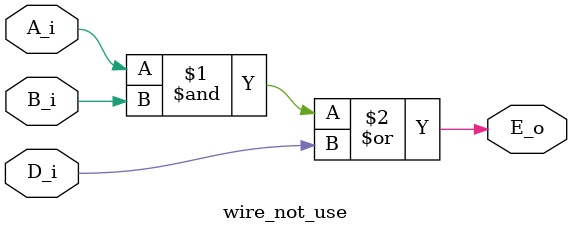
<source format=v>
module wire_not_use (
    input   A_i,
    input   B_i,
    input   D_i,
    output  E_o
);

    assign  E_o = ((A_i & B_i) | D_i);
    
endmodule
</source>
